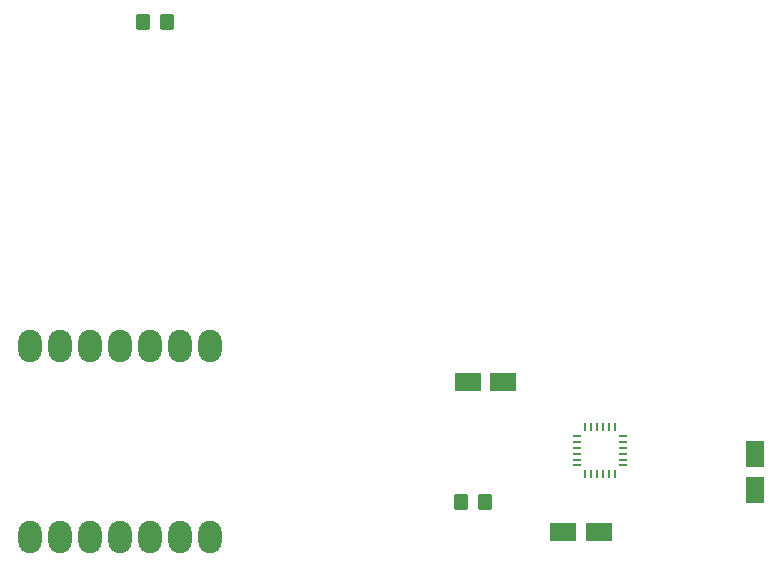
<source format=gbr>
%TF.GenerationSoftware,KiCad,Pcbnew,8.0.8*%
%TF.CreationDate,2025-02-09T22:20:03-08:00*%
%TF.ProjectId,techin514-final-project,74656368-696e-4353-9134-2d66696e616c,rev?*%
%TF.SameCoordinates,Original*%
%TF.FileFunction,Paste,Top*%
%TF.FilePolarity,Positive*%
%FSLAX46Y46*%
G04 Gerber Fmt 4.6, Leading zero omitted, Abs format (unit mm)*
G04 Created by KiCad (PCBNEW 8.0.8) date 2025-02-09 22:20:03*
%MOMM*%
%LPD*%
G01*
G04 APERTURE LIST*
G04 Aperture macros list*
%AMRoundRect*
0 Rectangle with rounded corners*
0 $1 Rounding radius*
0 $2 $3 $4 $5 $6 $7 $8 $9 X,Y pos of 4 corners*
0 Add a 4 corners polygon primitive as box body*
4,1,4,$2,$3,$4,$5,$6,$7,$8,$9,$2,$3,0*
0 Add four circle primitives for the rounded corners*
1,1,$1+$1,$2,$3*
1,1,$1+$1,$4,$5*
1,1,$1+$1,$6,$7*
1,1,$1+$1,$8,$9*
0 Add four rect primitives between the rounded corners*
20,1,$1+$1,$2,$3,$4,$5,0*
20,1,$1+$1,$4,$5,$6,$7,0*
20,1,$1+$1,$6,$7,$8,$9,0*
20,1,$1+$1,$8,$9,$2,$3,0*%
G04 Aperture macros list end*
%ADD10R,0.280000X0.790000*%
%ADD11R,0.790000X0.280000*%
%ADD12RoundRect,1.000000X0.000010X-0.375000X0.000010X0.375000X-0.000010X0.375000X-0.000010X-0.375000X0*%
%ADD13RoundRect,0.250000X-0.350000X-0.450000X0.350000X-0.450000X0.350000X0.450000X-0.350000X0.450000X0*%
%ADD14R,1.600000X2.200000*%
%ADD15R,2.200000X1.600000*%
G04 APERTURE END LIST*
D10*
%TO.C,U3*%
X116120000Y-97840000D03*
X115620000Y-97840000D03*
X115120000Y-97840000D03*
X114620000Y-97840000D03*
X114120000Y-97840000D03*
X113620000Y-97840000D03*
D11*
X112900000Y-98560000D03*
X112900000Y-99060000D03*
X112900000Y-99560000D03*
X112900000Y-100060000D03*
X112900000Y-100560000D03*
X112900000Y-101060000D03*
D10*
X113620000Y-101780000D03*
X114120000Y-101780000D03*
X114620000Y-101780000D03*
X115120000Y-101780000D03*
X115620000Y-101780000D03*
X116120000Y-101780000D03*
D11*
X116840000Y-101060000D03*
X116840000Y-100560000D03*
X116840000Y-100060000D03*
X116840000Y-99560000D03*
X116840000Y-99060000D03*
X116840000Y-98560000D03*
%TD*%
D12*
%TO.C,U1*%
X81899250Y-107142500D03*
X79359250Y-107142500D03*
X76819250Y-107142500D03*
X74279250Y-107142500D03*
X71739250Y-107142500D03*
X69199250Y-107142500D03*
X66659250Y-107142500D03*
X81899250Y-90977500D03*
X79359250Y-90977500D03*
X76819250Y-90977500D03*
X74279250Y-90977500D03*
X71739250Y-90977500D03*
X69199250Y-90977500D03*
X66659250Y-90977500D03*
%TD*%
D13*
%TO.C,R2*%
X103140000Y-104140000D03*
X105140000Y-104140000D03*
%TD*%
%TO.C,R1*%
X76200000Y-63500000D03*
X78200000Y-63500000D03*
%TD*%
D14*
%TO.C,C3*%
X128040000Y-100100000D03*
X128040000Y-103100000D03*
%TD*%
D15*
%TO.C,C2*%
X111760000Y-106680000D03*
X114760000Y-106680000D03*
%TD*%
%TO.C,C1*%
X106680000Y-93980000D03*
X103680000Y-93980000D03*
%TD*%
M02*

</source>
